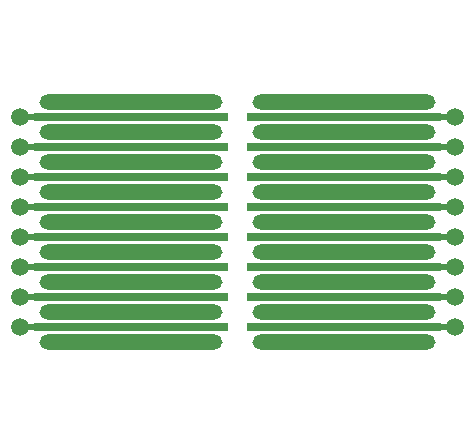
<source format=gbl>
G04*
G04 #@! TF.GenerationSoftware,Altium Limited,Altium Designer,19.0.14 (431)*
G04*
G04 Layer_Physical_Order=2*
G04 Layer_Color=16711680*
%FSLAX25Y25*%
%MOIN*%
G70*
G01*
G75*
G04:AMPARAMS|DCode=13|XSize=610.24mil|YSize=51.18mil|CornerRadius=25.59mil|HoleSize=0mil|Usage=FLASHONLY|Rotation=0.000|XOffset=0mil|YOffset=0mil|HoleType=Round|Shape=RoundedRectangle|*
%AMROUNDEDRECTD13*
21,1,0.61024,0.00000,0,0,0.0*
21,1,0.55905,0.05118,0,0,0.0*
1,1,0.05118,0.27953,0.00000*
1,1,0.05118,-0.27953,0.00000*
1,1,0.05118,-0.27953,0.00000*
1,1,0.05118,0.27953,0.00000*
%
%ADD13ROUNDEDRECTD13*%
%ADD14C,0.05906*%
%ADD15R,0.64961X0.02756*%
%ADD16C,0.02000*%
D13*
X113000Y77500D02*
D03*
Y87500D02*
D03*
Y67500D02*
D03*
Y57500D02*
D03*
Y47500D02*
D03*
Y37500D02*
D03*
Y27500D02*
D03*
Y17500D02*
D03*
Y7500D02*
D03*
X42000D02*
D03*
Y17500D02*
D03*
Y27500D02*
D03*
Y37500D02*
D03*
Y47500D02*
D03*
Y57500D02*
D03*
Y67500D02*
D03*
Y87500D02*
D03*
Y77500D02*
D03*
D14*
X5000Y82500D02*
D03*
Y72500D02*
D03*
X5004Y62500D02*
D03*
X5000Y52500D02*
D03*
X5004Y42500D02*
D03*
X5000Y32500D02*
D03*
Y22500D02*
D03*
Y12500D02*
D03*
X150000Y82500D02*
D03*
Y72500D02*
D03*
Y62500D02*
D03*
Y52500D02*
D03*
Y42500D02*
D03*
Y32500D02*
D03*
Y22500D02*
D03*
Y12500D02*
D03*
D15*
X113000Y82500D02*
D03*
Y72500D02*
D03*
Y62500D02*
D03*
Y52500D02*
D03*
Y42500D02*
D03*
Y32500D02*
D03*
Y22500D02*
D03*
Y12500D02*
D03*
X42000D02*
D03*
Y22500D02*
D03*
Y32500D02*
D03*
Y42500D02*
D03*
Y52500D02*
D03*
Y62500D02*
D03*
Y72500D02*
D03*
Y82500D02*
D03*
D16*
X110000D02*
X150000D01*
X110000Y72500D02*
X150000D01*
X110000Y62500D02*
X150000D01*
X110000Y52500D02*
X150000D01*
X110000Y42500D02*
X150000D01*
X110000Y32500D02*
X150000D01*
X110000Y22500D02*
X150000D01*
X110000Y12500D02*
X150000D01*
X5000D02*
X45000D01*
X5000Y22500D02*
X45000D01*
X5000Y32500D02*
X45000D01*
X5004Y42500D02*
X45004D01*
X5000Y52500D02*
X45000D01*
X5004Y62500D02*
X45004D01*
X5000Y72500D02*
X45000D01*
X5000Y82500D02*
X45000D01*
M02*

</source>
